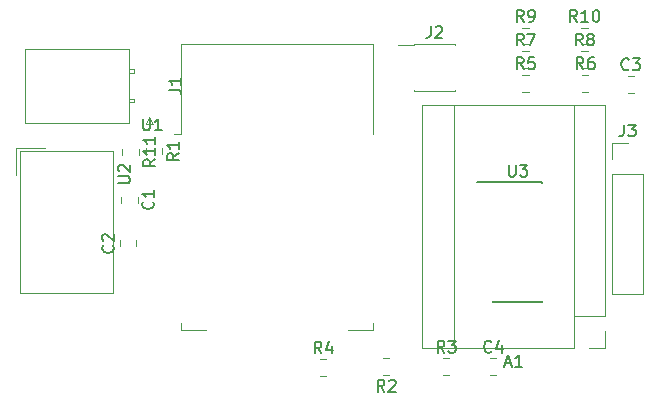
<source format=gbr>
G04 #@! TF.GenerationSoftware,KiCad,Pcbnew,(5.1.5)-3*
G04 #@! TF.CreationDate,2020-04-23T11:09:22+02:00*
G04 #@! TF.ProjectId,RulleGardin,52756c6c-6547-4617-9264-696e2e6b6963,rev?*
G04 #@! TF.SameCoordinates,Original*
G04 #@! TF.FileFunction,Legend,Top*
G04 #@! TF.FilePolarity,Positive*
%FSLAX46Y46*%
G04 Gerber Fmt 4.6, Leading zero omitted, Abs format (unit mm)*
G04 Created by KiCad (PCBNEW (5.1.5)-3) date 2020-04-23 11:09:22*
%MOMM*%
%LPD*%
G04 APERTURE LIST*
%ADD10C,0.120000*%
%ADD11C,0.150000*%
G04 APERTURE END LIST*
D10*
X162180000Y-96300000D02*
X161570000Y-96300000D01*
X162180000Y-96300000D02*
X162180000Y-88680000D01*
X162180000Y-112920000D02*
X162180000Y-112300000D01*
X164300000Y-112920000D02*
X162180000Y-112920000D01*
X178420000Y-112920000D02*
X176300000Y-112920000D01*
X178420000Y-112300000D02*
X178420000Y-112920000D01*
X178420000Y-88680000D02*
X178420000Y-96300000D01*
X162180000Y-88680000D02*
X178420000Y-88680000D01*
X157190000Y-97541422D02*
X157190000Y-98058578D01*
X158610000Y-97541422D02*
X158610000Y-98058578D01*
X196091422Y-88710000D02*
X196608578Y-88710000D01*
X196091422Y-87290000D02*
X196608578Y-87290000D01*
X191091422Y-88710000D02*
X191608578Y-88710000D01*
X191091422Y-87290000D02*
X191608578Y-87290000D01*
X196091422Y-90710000D02*
X196608578Y-90710000D01*
X196091422Y-89290000D02*
X196608578Y-89290000D01*
X191091422Y-90710000D02*
X191608578Y-90710000D01*
X191091422Y-89290000D02*
X191608578Y-89290000D01*
X196163422Y-92710000D02*
X196680578Y-92710000D01*
X196163422Y-91290000D02*
X196680578Y-91290000D01*
X191091422Y-92710000D02*
X191608578Y-92710000D01*
X191091422Y-91290000D02*
X191608578Y-91290000D01*
X173985422Y-116788000D02*
X174502578Y-116788000D01*
X173985422Y-115368000D02*
X174502578Y-115368000D01*
X184399422Y-116710000D02*
X184916578Y-116710000D01*
X184399422Y-115290000D02*
X184916578Y-115290000D01*
X179836578Y-115290000D02*
X179319422Y-115290000D01*
X179836578Y-116710000D02*
X179319422Y-116710000D01*
X159190000Y-97503922D02*
X159190000Y-98021078D01*
X160610000Y-97503922D02*
X160610000Y-98021078D01*
X188378922Y-116710000D02*
X188896078Y-116710000D01*
X188378922Y-115290000D02*
X188896078Y-115290000D01*
X200003922Y-92810000D02*
X200521078Y-92810000D01*
X200003922Y-91390000D02*
X200521078Y-91390000D01*
X158410000Y-105821078D02*
X158410000Y-105303922D01*
X156990000Y-105821078D02*
X156990000Y-105303922D01*
X157090000Y-101603922D02*
X157090000Y-102121078D01*
X158510000Y-101603922D02*
X158510000Y-102121078D01*
X148580000Y-97780000D02*
X156430000Y-97780000D01*
X156430000Y-97780000D02*
X156430000Y-109720000D01*
X156430000Y-109720000D02*
X148580000Y-109720000D01*
X148580000Y-109720000D02*
X148580000Y-97780000D01*
X150700000Y-97450000D02*
X148250000Y-97450000D01*
X148250000Y-97450000D02*
X148250000Y-99780000D01*
X182600000Y-114400000D02*
X195430000Y-114400000D01*
X182600000Y-93820000D02*
X182600000Y-114400000D01*
X198100000Y-93820000D02*
X182600000Y-93820000D01*
X198100000Y-111730000D02*
X198100000Y-93820000D01*
X195430000Y-111730000D02*
X198100000Y-111730000D01*
X195430000Y-114400000D02*
X195430000Y-111730000D01*
X198100000Y-114400000D02*
X198100000Y-113000000D01*
X196700000Y-114400000D02*
X198100000Y-114400000D01*
X195430000Y-111730000D02*
X195430000Y-93820000D01*
X185270000Y-114400000D02*
X185270000Y-93820000D01*
X198670000Y-109870000D02*
X201330000Y-109870000D01*
X198670000Y-99650000D02*
X198670000Y-109870000D01*
X201330000Y-99650000D02*
X201330000Y-109870000D01*
X198670000Y-99650000D02*
X201330000Y-99650000D01*
X198670000Y-98380000D02*
X198670000Y-97050000D01*
X198670000Y-97050000D02*
X200000000Y-97050000D01*
D11*
X188625000Y-100370000D02*
X188625000Y-100395000D01*
X192775000Y-100370000D02*
X192775000Y-100475000D01*
X192775000Y-110520000D02*
X192775000Y-110415000D01*
X188625000Y-110520000D02*
X188625000Y-110415000D01*
X188625000Y-100370000D02*
X192775000Y-100370000D01*
X188625000Y-110520000D02*
X192775000Y-110520000D01*
X188625000Y-100395000D02*
X187250000Y-100395000D01*
D10*
X185407000Y-92578000D02*
X185407000Y-92643000D01*
X181877000Y-92578000D02*
X181877000Y-92643000D01*
X185407000Y-88713000D02*
X185407000Y-88778000D01*
X181877000Y-88713000D02*
X181877000Y-88778000D01*
X180552000Y-88778000D02*
X181877000Y-88778000D01*
X181877000Y-92643000D02*
X185407000Y-92643000D01*
X181877000Y-88713000D02*
X185407000Y-88713000D01*
X159212000Y-95472000D02*
X159512000Y-94872000D01*
X159812000Y-95472000D02*
X159212000Y-95472000D01*
X159512000Y-94872000D02*
X159812000Y-95472000D01*
X157742000Y-90822000D02*
X157742000Y-91122000D01*
X158212000Y-90822000D02*
X157742000Y-90822000D01*
X158212000Y-91122000D02*
X158212000Y-90822000D01*
X157742000Y-91122000D02*
X158212000Y-91122000D01*
X157742000Y-93322000D02*
X157742000Y-93622000D01*
X158212000Y-93322000D02*
X157742000Y-93322000D01*
X158212000Y-93622000D02*
X158212000Y-93322000D01*
X157742000Y-93622000D02*
X158212000Y-93622000D01*
X148982000Y-89102000D02*
X148982000Y-95342000D01*
X157742000Y-89102000D02*
X148982000Y-89102000D01*
X157742000Y-95342000D02*
X157742000Y-89102000D01*
X148982000Y-95342000D02*
X157742000Y-95342000D01*
D11*
X158978095Y-94992380D02*
X158978095Y-95801904D01*
X159025714Y-95897142D01*
X159073333Y-95944761D01*
X159168571Y-95992380D01*
X159359047Y-95992380D01*
X159454285Y-95944761D01*
X159501904Y-95897142D01*
X159549523Y-95801904D01*
X159549523Y-94992380D01*
X160549523Y-95992380D02*
X159978095Y-95992380D01*
X160263809Y-95992380D02*
X160263809Y-94992380D01*
X160168571Y-95135238D01*
X160073333Y-95230476D01*
X159978095Y-95278095D01*
X160002380Y-98442857D02*
X159526190Y-98776190D01*
X160002380Y-99014285D02*
X159002380Y-99014285D01*
X159002380Y-98633333D01*
X159050000Y-98538095D01*
X159097619Y-98490476D01*
X159192857Y-98442857D01*
X159335714Y-98442857D01*
X159430952Y-98490476D01*
X159478571Y-98538095D01*
X159526190Y-98633333D01*
X159526190Y-99014285D01*
X160002380Y-97490476D02*
X160002380Y-98061904D01*
X160002380Y-97776190D02*
X159002380Y-97776190D01*
X159145238Y-97871428D01*
X159240476Y-97966666D01*
X159288095Y-98061904D01*
X160002380Y-96538095D02*
X160002380Y-97109523D01*
X160002380Y-96823809D02*
X159002380Y-96823809D01*
X159145238Y-96919047D01*
X159240476Y-97014285D01*
X159288095Y-97109523D01*
X195707142Y-86802380D02*
X195373809Y-86326190D01*
X195135714Y-86802380D02*
X195135714Y-85802380D01*
X195516666Y-85802380D01*
X195611904Y-85850000D01*
X195659523Y-85897619D01*
X195707142Y-85992857D01*
X195707142Y-86135714D01*
X195659523Y-86230952D01*
X195611904Y-86278571D01*
X195516666Y-86326190D01*
X195135714Y-86326190D01*
X196659523Y-86802380D02*
X196088095Y-86802380D01*
X196373809Y-86802380D02*
X196373809Y-85802380D01*
X196278571Y-85945238D01*
X196183333Y-86040476D01*
X196088095Y-86088095D01*
X197278571Y-85802380D02*
X197373809Y-85802380D01*
X197469047Y-85850000D01*
X197516666Y-85897619D01*
X197564285Y-85992857D01*
X197611904Y-86183333D01*
X197611904Y-86421428D01*
X197564285Y-86611904D01*
X197516666Y-86707142D01*
X197469047Y-86754761D01*
X197373809Y-86802380D01*
X197278571Y-86802380D01*
X197183333Y-86754761D01*
X197135714Y-86707142D01*
X197088095Y-86611904D01*
X197040476Y-86421428D01*
X197040476Y-86183333D01*
X197088095Y-85992857D01*
X197135714Y-85897619D01*
X197183333Y-85850000D01*
X197278571Y-85802380D01*
X191183333Y-86802380D02*
X190850000Y-86326190D01*
X190611904Y-86802380D02*
X190611904Y-85802380D01*
X190992857Y-85802380D01*
X191088095Y-85850000D01*
X191135714Y-85897619D01*
X191183333Y-85992857D01*
X191183333Y-86135714D01*
X191135714Y-86230952D01*
X191088095Y-86278571D01*
X190992857Y-86326190D01*
X190611904Y-86326190D01*
X191659523Y-86802380D02*
X191850000Y-86802380D01*
X191945238Y-86754761D01*
X191992857Y-86707142D01*
X192088095Y-86564285D01*
X192135714Y-86373809D01*
X192135714Y-85992857D01*
X192088095Y-85897619D01*
X192040476Y-85850000D01*
X191945238Y-85802380D01*
X191754761Y-85802380D01*
X191659523Y-85850000D01*
X191611904Y-85897619D01*
X191564285Y-85992857D01*
X191564285Y-86230952D01*
X191611904Y-86326190D01*
X191659523Y-86373809D01*
X191754761Y-86421428D01*
X191945238Y-86421428D01*
X192040476Y-86373809D01*
X192088095Y-86326190D01*
X192135714Y-86230952D01*
X196183333Y-88802380D02*
X195850000Y-88326190D01*
X195611904Y-88802380D02*
X195611904Y-87802380D01*
X195992857Y-87802380D01*
X196088095Y-87850000D01*
X196135714Y-87897619D01*
X196183333Y-87992857D01*
X196183333Y-88135714D01*
X196135714Y-88230952D01*
X196088095Y-88278571D01*
X195992857Y-88326190D01*
X195611904Y-88326190D01*
X196754761Y-88230952D02*
X196659523Y-88183333D01*
X196611904Y-88135714D01*
X196564285Y-88040476D01*
X196564285Y-87992857D01*
X196611904Y-87897619D01*
X196659523Y-87850000D01*
X196754761Y-87802380D01*
X196945238Y-87802380D01*
X197040476Y-87850000D01*
X197088095Y-87897619D01*
X197135714Y-87992857D01*
X197135714Y-88040476D01*
X197088095Y-88135714D01*
X197040476Y-88183333D01*
X196945238Y-88230952D01*
X196754761Y-88230952D01*
X196659523Y-88278571D01*
X196611904Y-88326190D01*
X196564285Y-88421428D01*
X196564285Y-88611904D01*
X196611904Y-88707142D01*
X196659523Y-88754761D01*
X196754761Y-88802380D01*
X196945238Y-88802380D01*
X197040476Y-88754761D01*
X197088095Y-88707142D01*
X197135714Y-88611904D01*
X197135714Y-88421428D01*
X197088095Y-88326190D01*
X197040476Y-88278571D01*
X196945238Y-88230952D01*
X191183333Y-88802380D02*
X190850000Y-88326190D01*
X190611904Y-88802380D02*
X190611904Y-87802380D01*
X190992857Y-87802380D01*
X191088095Y-87850000D01*
X191135714Y-87897619D01*
X191183333Y-87992857D01*
X191183333Y-88135714D01*
X191135714Y-88230952D01*
X191088095Y-88278571D01*
X190992857Y-88326190D01*
X190611904Y-88326190D01*
X191516666Y-87802380D02*
X192183333Y-87802380D01*
X191754761Y-88802380D01*
X196255333Y-90802380D02*
X195922000Y-90326190D01*
X195683904Y-90802380D02*
X195683904Y-89802380D01*
X196064857Y-89802380D01*
X196160095Y-89850000D01*
X196207714Y-89897619D01*
X196255333Y-89992857D01*
X196255333Y-90135714D01*
X196207714Y-90230952D01*
X196160095Y-90278571D01*
X196064857Y-90326190D01*
X195683904Y-90326190D01*
X197112476Y-89802380D02*
X196922000Y-89802380D01*
X196826761Y-89850000D01*
X196779142Y-89897619D01*
X196683904Y-90040476D01*
X196636285Y-90230952D01*
X196636285Y-90611904D01*
X196683904Y-90707142D01*
X196731523Y-90754761D01*
X196826761Y-90802380D01*
X197017238Y-90802380D01*
X197112476Y-90754761D01*
X197160095Y-90707142D01*
X197207714Y-90611904D01*
X197207714Y-90373809D01*
X197160095Y-90278571D01*
X197112476Y-90230952D01*
X197017238Y-90183333D01*
X196826761Y-90183333D01*
X196731523Y-90230952D01*
X196683904Y-90278571D01*
X196636285Y-90373809D01*
X191183333Y-90802380D02*
X190850000Y-90326190D01*
X190611904Y-90802380D02*
X190611904Y-89802380D01*
X190992857Y-89802380D01*
X191088095Y-89850000D01*
X191135714Y-89897619D01*
X191183333Y-89992857D01*
X191183333Y-90135714D01*
X191135714Y-90230952D01*
X191088095Y-90278571D01*
X190992857Y-90326190D01*
X190611904Y-90326190D01*
X192088095Y-89802380D02*
X191611904Y-89802380D01*
X191564285Y-90278571D01*
X191611904Y-90230952D01*
X191707142Y-90183333D01*
X191945238Y-90183333D01*
X192040476Y-90230952D01*
X192088095Y-90278571D01*
X192135714Y-90373809D01*
X192135714Y-90611904D01*
X192088095Y-90707142D01*
X192040476Y-90754761D01*
X191945238Y-90802380D01*
X191707142Y-90802380D01*
X191611904Y-90754761D01*
X191564285Y-90707142D01*
X174077333Y-114880380D02*
X173744000Y-114404190D01*
X173505904Y-114880380D02*
X173505904Y-113880380D01*
X173886857Y-113880380D01*
X173982095Y-113928000D01*
X174029714Y-113975619D01*
X174077333Y-114070857D01*
X174077333Y-114213714D01*
X174029714Y-114308952D01*
X173982095Y-114356571D01*
X173886857Y-114404190D01*
X173505904Y-114404190D01*
X174934476Y-114213714D02*
X174934476Y-114880380D01*
X174696380Y-113832761D02*
X174458285Y-114547047D01*
X175077333Y-114547047D01*
X184491333Y-114802380D02*
X184158000Y-114326190D01*
X183919904Y-114802380D02*
X183919904Y-113802380D01*
X184300857Y-113802380D01*
X184396095Y-113850000D01*
X184443714Y-113897619D01*
X184491333Y-113992857D01*
X184491333Y-114135714D01*
X184443714Y-114230952D01*
X184396095Y-114278571D01*
X184300857Y-114326190D01*
X183919904Y-114326190D01*
X184824666Y-113802380D02*
X185443714Y-113802380D01*
X185110380Y-114183333D01*
X185253238Y-114183333D01*
X185348476Y-114230952D01*
X185396095Y-114278571D01*
X185443714Y-114373809D01*
X185443714Y-114611904D01*
X185396095Y-114707142D01*
X185348476Y-114754761D01*
X185253238Y-114802380D01*
X184967523Y-114802380D01*
X184872285Y-114754761D01*
X184824666Y-114707142D01*
X179411333Y-118102380D02*
X179078000Y-117626190D01*
X178839904Y-118102380D02*
X178839904Y-117102380D01*
X179220857Y-117102380D01*
X179316095Y-117150000D01*
X179363714Y-117197619D01*
X179411333Y-117292857D01*
X179411333Y-117435714D01*
X179363714Y-117530952D01*
X179316095Y-117578571D01*
X179220857Y-117626190D01*
X178839904Y-117626190D01*
X179792285Y-117197619D02*
X179839904Y-117150000D01*
X179935142Y-117102380D01*
X180173238Y-117102380D01*
X180268476Y-117150000D01*
X180316095Y-117197619D01*
X180363714Y-117292857D01*
X180363714Y-117388095D01*
X180316095Y-117530952D01*
X179744666Y-118102380D01*
X180363714Y-118102380D01*
X162002380Y-97929166D02*
X161526190Y-98262500D01*
X162002380Y-98500595D02*
X161002380Y-98500595D01*
X161002380Y-98119642D01*
X161050000Y-98024404D01*
X161097619Y-97976785D01*
X161192857Y-97929166D01*
X161335714Y-97929166D01*
X161430952Y-97976785D01*
X161478571Y-98024404D01*
X161526190Y-98119642D01*
X161526190Y-98500595D01*
X162002380Y-96976785D02*
X162002380Y-97548214D01*
X162002380Y-97262500D02*
X161002380Y-97262500D01*
X161145238Y-97357738D01*
X161240476Y-97452976D01*
X161288095Y-97548214D01*
X188470833Y-114707142D02*
X188423214Y-114754761D01*
X188280357Y-114802380D01*
X188185119Y-114802380D01*
X188042261Y-114754761D01*
X187947023Y-114659523D01*
X187899404Y-114564285D01*
X187851785Y-114373809D01*
X187851785Y-114230952D01*
X187899404Y-114040476D01*
X187947023Y-113945238D01*
X188042261Y-113850000D01*
X188185119Y-113802380D01*
X188280357Y-113802380D01*
X188423214Y-113850000D01*
X188470833Y-113897619D01*
X189327976Y-114135714D02*
X189327976Y-114802380D01*
X189089880Y-113754761D02*
X188851785Y-114469047D01*
X189470833Y-114469047D01*
X200095833Y-90807142D02*
X200048214Y-90854761D01*
X199905357Y-90902380D01*
X199810119Y-90902380D01*
X199667261Y-90854761D01*
X199572023Y-90759523D01*
X199524404Y-90664285D01*
X199476785Y-90473809D01*
X199476785Y-90330952D01*
X199524404Y-90140476D01*
X199572023Y-90045238D01*
X199667261Y-89950000D01*
X199810119Y-89902380D01*
X199905357Y-89902380D01*
X200048214Y-89950000D01*
X200095833Y-89997619D01*
X200429166Y-89902380D02*
X201048214Y-89902380D01*
X200714880Y-90283333D01*
X200857738Y-90283333D01*
X200952976Y-90330952D01*
X201000595Y-90378571D01*
X201048214Y-90473809D01*
X201048214Y-90711904D01*
X201000595Y-90807142D01*
X200952976Y-90854761D01*
X200857738Y-90902380D01*
X200572023Y-90902380D01*
X200476785Y-90854761D01*
X200429166Y-90807142D01*
X156407142Y-105729166D02*
X156454761Y-105776785D01*
X156502380Y-105919642D01*
X156502380Y-106014880D01*
X156454761Y-106157738D01*
X156359523Y-106252976D01*
X156264285Y-106300595D01*
X156073809Y-106348214D01*
X155930952Y-106348214D01*
X155740476Y-106300595D01*
X155645238Y-106252976D01*
X155550000Y-106157738D01*
X155502380Y-106014880D01*
X155502380Y-105919642D01*
X155550000Y-105776785D01*
X155597619Y-105729166D01*
X155597619Y-105348214D02*
X155550000Y-105300595D01*
X155502380Y-105205357D01*
X155502380Y-104967261D01*
X155550000Y-104872023D01*
X155597619Y-104824404D01*
X155692857Y-104776785D01*
X155788095Y-104776785D01*
X155930952Y-104824404D01*
X156502380Y-105395833D01*
X156502380Y-104776785D01*
X159807142Y-102029166D02*
X159854761Y-102076785D01*
X159902380Y-102219642D01*
X159902380Y-102314880D01*
X159854761Y-102457738D01*
X159759523Y-102552976D01*
X159664285Y-102600595D01*
X159473809Y-102648214D01*
X159330952Y-102648214D01*
X159140476Y-102600595D01*
X159045238Y-102552976D01*
X158950000Y-102457738D01*
X158902380Y-102314880D01*
X158902380Y-102219642D01*
X158950000Y-102076785D01*
X158997619Y-102029166D01*
X159902380Y-101076785D02*
X159902380Y-101648214D01*
X159902380Y-101362500D02*
X158902380Y-101362500D01*
X159045238Y-101457738D01*
X159140476Y-101552976D01*
X159188095Y-101648214D01*
X156862380Y-100461904D02*
X157671904Y-100461904D01*
X157767142Y-100414285D01*
X157814761Y-100366666D01*
X157862380Y-100271428D01*
X157862380Y-100080952D01*
X157814761Y-99985714D01*
X157767142Y-99938095D01*
X157671904Y-99890476D01*
X156862380Y-99890476D01*
X156957619Y-99461904D02*
X156910000Y-99414285D01*
X156862380Y-99319047D01*
X156862380Y-99080952D01*
X156910000Y-98985714D01*
X156957619Y-98938095D01*
X157052857Y-98890476D01*
X157148095Y-98890476D01*
X157290952Y-98938095D01*
X157862380Y-99509523D01*
X157862380Y-98890476D01*
X189635714Y-115706666D02*
X190111904Y-115706666D01*
X189540476Y-115992380D02*
X189873809Y-114992380D01*
X190207142Y-115992380D01*
X191064285Y-115992380D02*
X190492857Y-115992380D01*
X190778571Y-115992380D02*
X190778571Y-114992380D01*
X190683333Y-115135238D01*
X190588095Y-115230476D01*
X190492857Y-115278095D01*
X199666666Y-95502380D02*
X199666666Y-96216666D01*
X199619047Y-96359523D01*
X199523809Y-96454761D01*
X199380952Y-96502380D01*
X199285714Y-96502380D01*
X200047619Y-95502380D02*
X200666666Y-95502380D01*
X200333333Y-95883333D01*
X200476190Y-95883333D01*
X200571428Y-95930952D01*
X200619047Y-95978571D01*
X200666666Y-96073809D01*
X200666666Y-96311904D01*
X200619047Y-96407142D01*
X200571428Y-96454761D01*
X200476190Y-96502380D01*
X200190476Y-96502380D01*
X200095238Y-96454761D01*
X200047619Y-96407142D01*
X189938095Y-98897380D02*
X189938095Y-99706904D01*
X189985714Y-99802142D01*
X190033333Y-99849761D01*
X190128571Y-99897380D01*
X190319047Y-99897380D01*
X190414285Y-99849761D01*
X190461904Y-99802142D01*
X190509523Y-99706904D01*
X190509523Y-98897380D01*
X190890476Y-98897380D02*
X191509523Y-98897380D01*
X191176190Y-99278333D01*
X191319047Y-99278333D01*
X191414285Y-99325952D01*
X191461904Y-99373571D01*
X191509523Y-99468809D01*
X191509523Y-99706904D01*
X191461904Y-99802142D01*
X191414285Y-99849761D01*
X191319047Y-99897380D01*
X191033333Y-99897380D01*
X190938095Y-99849761D01*
X190890476Y-99802142D01*
X183308666Y-87165380D02*
X183308666Y-87879666D01*
X183261047Y-88022523D01*
X183165809Y-88117761D01*
X183022952Y-88165380D01*
X182927714Y-88165380D01*
X183737238Y-87260619D02*
X183784857Y-87213000D01*
X183880095Y-87165380D01*
X184118190Y-87165380D01*
X184213428Y-87213000D01*
X184261047Y-87260619D01*
X184308666Y-87355857D01*
X184308666Y-87451095D01*
X184261047Y-87593952D01*
X183689619Y-88165380D01*
X184308666Y-88165380D01*
X161164380Y-92555333D02*
X161878666Y-92555333D01*
X162021523Y-92602952D01*
X162116761Y-92698190D01*
X162164380Y-92841047D01*
X162164380Y-92936285D01*
X162164380Y-91555333D02*
X162164380Y-92126761D01*
X162164380Y-91841047D02*
X161164380Y-91841047D01*
X161307238Y-91936285D01*
X161402476Y-92031523D01*
X161450095Y-92126761D01*
M02*

</source>
